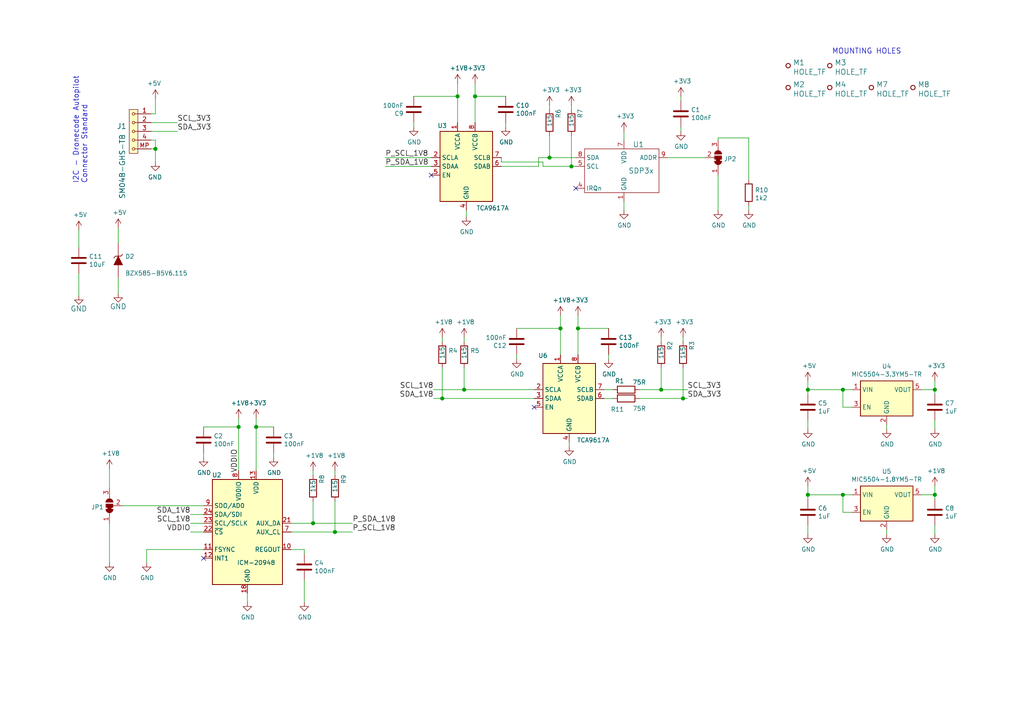
<source format=kicad_sch>
(kicad_sch (version 20210406) (generator eeschema)
  (paper "A4")
  (title_block (title "TFASPDIMU01A") (date "2021-04-05") (rev "A") (company "ThunderFly s.r.o.") (comment 1 "Differential pressure and  IMU \\n for airspeed sensing of UAVs") (comment 3 "jacho <info@thunderfly.cz>") (comment 4 "GPL 3.0"))
  (lib_symbols
    (symbol "Device:C" (pin_numbers hide) (pin_names (offset 0.254))
      (property "Reference" "C" (at 0.635 2.54 0))
      (property "Value" "C" (at 0.635 -2.54 0))
      (symbol "C_0_1"
        (polyline (pts (xy -2.032 -0.762) (xy 2.032 -0.762)) (stroke (width 0.508)))
        (polyline (pts (xy -2.032 0.762) (xy 2.032 0.762)) (stroke (width 0.508)))
      )
      (symbol "C_1_1"
        (pin passive line (at 0 3.81 270) (length 2.794) (name "~") (number "1"))
        (pin passive line (at 0 -3.81 90) (length 2.794) (name "~") (number "2"))
      )
    )
    (symbol "Device:R" (pin_numbers hide) (pin_names (offset 0))
      (property "Reference" "R" (at 2.032 0 90))
      (property "Value" "R" (at 0 0 90))
      (symbol "R_0_1"
        (rectangle (start -1.016 -2.54) (end 1.016 2.54) (stroke (width 0.254)))
      )
      (symbol "R_1_1"
        (pin passive line (at 0 3.81 270) (length 1.27) (name "~") (number "1"))
        (pin passive line (at 0 -3.81 90) (length 1.27) (name "~") (number "2"))
      )
    )
    (symbol "Interface:TCA9800"
      (property "Reference" "U" (at -7.62 11.43 0))
      (property "Value" "TCA9800" (at 5.08 11.43 0))
      (symbol "TCA9800_0_1"
        (rectangle (start -7.62 10.16) (end 7.62 -10.16) (stroke (width 0.254)) (fill (type background)))
      )
      (symbol "TCA9800_1_1"
        (pin power_in line (at -2.54 12.7 270) (length 2.54) (name "VCCA") (number "1"))
        (pin bidirectional line (at -10.16 2.54 0) (length 2.54) (name "SCLA") (number "2"))
        (pin bidirectional line (at -10.16 0 0) (length 2.54) (name "SDAA") (number "3"))
        (pin power_in line (at 0 -12.7 90) (length 2.54) (name "GND") (number "4"))
        (pin input line (at -10.16 -2.54 0) (length 2.54) (name "EN") (number "5"))
        (pin bidirectional line (at 10.16 0 180) (length 2.54) (name "SDAB") (number "6"))
        (pin bidirectional line (at 10.16 2.54 180) (length 2.54) (name "SCLB") (number "7"))
        (pin power_in line (at 2.54 12.7 270) (length 2.54) (name "VCCB") (number "8"))
      )
    )
    (symbol "Jumper:SolderJumper_3_Bridged12" (pin_names (offset 0) hide)
      (property "Reference" "JP" (at -2.54 -2.54 0))
      (property "Value" "SolderJumper_3_Bridged12" (at 0 2.794 0))
      (symbol "SolderJumper_3_Bridged12_0_1"
        (arc (start -1.016 1.016) (end -1.016 -1.016) (radius (at -1.016 0) (length 1.016) (angles 90.1 -90.1)))
        (arc (start 1.016 -1.016) (end 1.016 1.016) (radius (at 1.016 0) (length 1.016) (angles -89.9 89.9)))
        (arc (start -1.016 1.016) (end -1.016 -1.016) (radius (at -1.016 0) (length 1.016) (angles 90.1 -90.1)) (fill (type outline)))
        (arc (start 1.016 -1.016) (end 1.016 1.016) (radius (at 1.016 0) (length 1.016) (angles -89.9 89.9)) (fill (type outline)))
        (rectangle (start -1.016 0.508) (end -0.508 -0.508) (fill (type outline)))
        (rectangle (start -0.508 1.016) (end 0.508 -1.016) (fill (type outline)))
        (polyline (pts (xy -2.54 0) (xy -2.032 0)))
        (polyline (pts (xy -1.016 1.016) (xy -1.016 -1.016)))
        (polyline (pts (xy 0 -1.27) (xy 0 -1.016)))
        (polyline (pts (xy 1.016 1.016) (xy 1.016 -1.016)))
        (polyline (pts (xy 2.54 0) (xy 2.032 0)))
      )
      (symbol "SolderJumper_3_Bridged12_1_1"
        (pin passive line (at -5.08 0 0) (length 2.54) (name "A") (number "1"))
        (pin input line (at 0 -3.81 90) (length 2.54) (name "C") (number "2"))
        (pin passive line (at 5.08 0 180) (length 2.54) (name "B") (number "3"))
      )
    )
    (symbol "MLAB_CONNECTORS_JST:SM04B-GHS-TB" (pin_names (offset 1.016))
      (property "Reference" "J" (at 0 -7.62 0))
      (property "Value" "SM04B-GHS-TB" (at 0 7.62 0))
      (symbol "SM04B-GHS-TB_0_1"
        (circle (center 0 -5.08) (radius 0.381))
        (circle (center 0 -2.54) (radius 0.381))
        (circle (center 0 0) (radius 0.381))
        (circle (center 0 2.54) (radius 0.381))
        (circle (center 0 5.08) (radius 0.381))
        (rectangle (start -1.27 6.35) (end 1.27 -6.35) (fill (type background)))
        (polyline (pts (xy -1.27 -5.08) (xy -0.381 -5.08)))
        (polyline (pts (xy -1.27 -2.54) (xy -0.381 -2.54)))
        (polyline (pts (xy -1.27 0) (xy -0.381 0)))
        (polyline (pts (xy -1.27 2.54) (xy -0.381 2.54)))
        (polyline (pts (xy -1.27 5.08) (xy -0.381 5.08)))
      )
      (symbol "SM04B-GHS-TB_1_1"
        (pin input line (at -5.08 5.08 0) (length 3.81) (name "~") (number "1"))
        (pin input line (at -5.08 2.54 0) (length 3.81) (name "~") (number "2"))
        (pin input line (at -5.08 0 0) (length 3.81) (name "~") (number "3"))
        (pin input line (at -5.08 -2.54 0) (length 3.81) (name "~") (number "4"))
        (pin input line (at -5.08 -5.08 0) (length 3.81) (name "~") (number "MP"))
      )
    )
    (symbol "MLAB_D:D_ZENER" (pin_numbers hide) (pin_names (offset 1.016) hide)
      (property "Reference" "D" (at 0 2.54 0))
      (property "Value" "D_ZENER" (at 0 -2.54 0))
      (symbol "D_ZENER_0_1"
        (polyline (pts (xy -1.778 1.27) (xy -1.27 0.762) (xy -1.27 -0.762) (xy -0.762 -1.27) (xy -0.762 -1.27)) (stroke (width 0.2032)))
        (polyline (pts (xy -1.27 0) (xy 1.27 1.27) (xy 1.27 -1.27) (xy -1.27 0) (xy -1.27 0)) (fill (type outline)))
      )
      (symbol "D_ZENER_1_1"
        (pin passive line (at -5.08 0 0) (length 3.81) (name "K") (number "1"))
        (pin passive line (at 5.08 0 180) (length 3.81) (name "A") (number "2"))
      )
    )
    (symbol "MLAB_IO:SDP3x"
      (property "Reference" "U" (at 2.54 11.43 0))
      (property "Value" "SDP3x" (at 6.35 0 0))
      (symbol "SDP3x_0_1"
        (rectangle (start -11.43 10.16) (end 10.16 -2.54))
      )
      (symbol "SDP3x_1_1"
        (pin unspecified line (at 0 -5.08 90) (length 2.54) (name "GND") (number "1"))
        (pin unspecified line (at 0 -5.08 90) (length 2.54) hide (name "GND") (number "10"))
        (pin unspecified line (at 0 -5.08 90) (length 2.54) hide (name "GND") (number "11"))
        (pin unspecified line (at 0 -5.08 90) (length 2.54) hide (name "GND") (number "17"))
        (pin unspecified line (at 0 -5.08 90) (length 2.54) hide (name "GND") (number "18"))
        (pin unspecified line (at 0 -5.08 90) (length 2.54) hide (name "GND") (number "2"))
        (pin unspecified line (at 0 -5.08 90) (length 2.54) hide (name "GND") (number "3"))
        (pin unspecified line (at -13.97 -1.27 0) (length 2.54) (name "IRQn") (number "4"))
        (pin unspecified line (at -13.97 5.08 0) (length 2.54) (name "SCL") (number "5"))
        (pin unspecified line (at 0 -5.08 90) (length 2.54) hide (name "GND") (number "6"))
        (pin unspecified line (at 0 12.7 270) (length 2.54) (name "VDD") (number "7"))
        (pin unspecified line (at -13.97 7.62 0) (length 2.54) (name "SDA") (number "8"))
        (pin unspecified line (at 12.7 7.62 180) (length 2.54) (name "ADDR") (number "9"))
      )
    )
    (symbol "MLAB_MECHANICAL:HOLE_TF" (pin_numbers hide) (pin_names (offset 1.016) hide)
      (property "Reference" "M" (at 0 2.54 0))
      (property "Value" "HOLE_TF" (at 0 -2.54 0))
      (symbol "HOLE_TF_0_1"
        (circle (center 0 0) (radius 0.635) (stroke (width 0.254)))
      )
    )
    (symbol "Regulator_Linear:MIC5504-1.8YM5"
      (property "Reference" "U" (at -7.62 8.89 0))
      (property "Value" "MIC5504-1.8YM5" (at -7.62 6.35 0))
      (symbol "MIC5504-1.8YM5_0_1"
        (rectangle (start -7.62 -5.08) (end 7.62 5.08) (stroke (width 0.254)) (fill (type background)))
      )
      (symbol "MIC5504-1.8YM5_1_1"
        (pin power_in line (at -10.16 2.54 0) (length 2.54) (name "VIN") (number "1"))
        (pin power_in line (at 0 -7.62 90) (length 2.54) (name "GND") (number "2"))
        (pin input line (at -10.16 -2.54 0) (length 2.54) (name "EN") (number "3"))
        (pin no_connect line (at 7.62 -2.54 180) (length 2.54) hide (name "NC") (number "4"))
        (pin power_out line (at 10.16 2.54 180) (length 2.54) (name "VOUT") (number "5"))
      )
    )
    (symbol "Regulator_Linear:MIC5504-3.3YM5"
      (property "Reference" "U" (at -7.62 8.89 0))
      (property "Value" "MIC5504-3.3YM5" (at -7.62 6.35 0))
      (symbol "MIC5504-3.3YM5_0_1"
        (rectangle (start -7.62 -5.08) (end 7.62 5.08) (stroke (width 0.254)) (fill (type background)))
      )
      (symbol "MIC5504-3.3YM5_1_1"
        (pin power_in line (at -10.16 2.54 0) (length 2.54) (name "VIN") (number "1"))
        (pin power_in line (at 0 -7.62 90) (length 2.54) (name "GND") (number "2"))
        (pin input line (at -10.16 -2.54 0) (length 2.54) (name "EN") (number "3"))
        (pin no_connect line (at 7.62 -2.54 180) (length 2.54) hide (name "NC") (number "4"))
        (pin power_out line (at 10.16 2.54 180) (length 2.54) (name "VOUT") (number "5"))
      )
    )
    (symbol "Sensor_Motion:ICM-20948"
      (property "Reference" "U" (at -11.43 16.51 0))
      (property "Value" "ICM-20948" (at 7.62 -16.51 0))
      (symbol "ICM-20948_0_1"
        (rectangle (start -10.16 15.24) (end 10.16 -15.24) (stroke (width 0.254)) (fill (type background)))
      )
      (symbol "ICM-20948_1_1"
        (pin no_connect line (at -10.16 12.7 0) (length 2.54) hide (name "NC") (number "1"))
        (pin passive line (at 12.7 -5.08 180) (length 2.54) (name "REGOUT") (number "10"))
        (pin input line (at -12.7 -5.08 0) (length 2.54) (name "FSYNC") (number "11"))
        (pin output line (at -12.7 -7.62 0) (length 2.54) (name "INT1") (number "12"))
        (pin power_in line (at 2.54 17.78 270) (length 2.54) (name "VDD") (number "13"))
        (pin no_connect line (at 10.16 7.62 180) (length 2.54) hide (name "NC") (number "14"))
        (pin no_connect line (at 10.16 5.08 180) (length 2.54) hide (name "NC") (number "15"))
        (pin no_connect line (at 10.16 -7.62 180) (length 2.54) hide (name "NC") (number "16"))
        (pin no_connect line (at 10.16 -10.16 180) (length 2.54) hide (name "NC") (number "17"))
        (pin power_in line (at 0 -17.78 90) (length 2.54) (name "GND") (number "18"))
        (pin no_connect line (at 10.16 -12.7 180) (length 2.54) hide (name "RESV") (number "19"))
        (pin no_connect line (at -10.16 10.16 0) (length 2.54) hide (name "NC") (number "2"))
        (pin passive line (at 0 -17.78 90) (length 2.54) hide (name "GND") (number "20"))
        (pin bidirectional line (at 12.7 2.54 180) (length 2.54) (name "AUX_DA") (number "21"))
        (pin input line (at -12.7 0 0) (length 2.54) (name "~CS") (number "22"))
        (pin input line (at -12.7 2.54 0) (length 2.54) (name "SCL/SCLK") (number "23"))
        (pin bidirectional line (at -12.7 5.08 0) (length 2.54) (name "SDA/SDI") (number "24"))
        (pin no_connect line (at -10.16 -2.54 0) (length 2.54) hide (name "NC") (number "3"))
        (pin no_connect line (at -10.16 -10.16 0) (length 2.54) hide (name "NC") (number "4"))
        (pin no_connect line (at -10.16 -12.7 0) (length 2.54) hide (name "NC") (number "5"))
        (pin no_connect line (at 10.16 10.16 180) (length 2.54) hide (name "NC") (number "6"))
        (pin output line (at 12.7 0 180) (length 2.54) (name "AUX_CL") (number "7"))
        (pin power_in line (at -2.54 17.78 270) (length 2.54) (name "VDDIO") (number "8"))
        (pin bidirectional line (at -12.7 7.62 0) (length 2.54) (name "SDO/AD0") (number "9"))
      )
    )
    (symbol "power:+1V8" (power) (pin_names (offset 0))
      (property "Value" "+1V8" (at 0 3.556 0))
      (symbol "+1V8_0_1"
        (polyline (pts (xy -0.762 1.27) (xy 0 2.54)))
        (polyline (pts (xy 0 0) (xy 0 2.54)))
        (polyline (pts (xy 0 2.54) (xy 0.762 1.27)))
      )
      (symbol "+1V8_1_1"
        (pin power_in line (at 0 0 90) (length 0) hide (name "+1V8") (number "1"))
      )
    )
    (symbol "power:+3.3V" (power) (pin_names (offset 0))
      (property "Value" "+3.3V" (at 0 3.556 0))
      (symbol "+3.3V_0_1"
        (polyline (pts (xy -0.762 1.27) (xy 0 2.54)))
        (polyline (pts (xy 0 0) (xy 0 2.54)))
        (polyline (pts (xy 0 2.54) (xy 0.762 1.27)))
      )
      (symbol "+3.3V_1_1"
        (pin power_in line (at 0 0 90) (length 0) hide (name "+3V3") (number "1"))
      )
    )
    (symbol "power:+5V" (power) (pin_names (offset 0))
      (property "Value" "+5V" (at 0 3.556 0))
      (symbol "+5V_0_1"
        (polyline (pts (xy -0.762 1.27) (xy 0 2.54)))
        (polyline (pts (xy 0 0) (xy 0 2.54)))
        (polyline (pts (xy 0 2.54) (xy 0.762 1.27)))
      )
      (symbol "+5V_1_1"
        (pin power_in line (at 0 0 90) (length 0) hide (name "+5V") (number "1"))
      )
    )
    (symbol "power:GND" (power) (pin_names (offset 0))
      (property "Value" "GND" (at 0 -3.81 0))
      (symbol "GND_0_1"
        (polyline (pts (xy 0 0) (xy 0 -1.27) (xy 1.27 -1.27) (xy 0 -2.54) (xy -1.27 -1.27) (xy 0 -1.27)))
      )
      (symbol "GND_1_1"
        (pin power_in line (at 0 0 270) (length 0) hide (name "GND") (number "1"))
      )
    )
  )
  (junction (at 45.085 43.18) (diameter 1.016))
  (junction (at 69.215 123.825) (diameter 1.016))
  (junction (at 74.295 123.825) (diameter 1.016))
  (junction (at 90.805 151.765) (diameter 1.016))
  (junction (at 97.155 154.305) (diameter 1.016))
  (junction (at 128.27 115.57) (diameter 1.016))
  (junction (at 132.715 27.94) (diameter 1.016))
  (junction (at 134.62 113.03) (diameter 1.016))
  (junction (at 137.795 27.94) (diameter 1.016))
  (junction (at 159.385 45.72) (diameter 1.016))
  (junction (at 162.56 95.25) (diameter 1.016))
  (junction (at 165.735 48.26) (diameter 1.016))
  (junction (at 167.64 95.25) (diameter 1.016))
  (junction (at 191.77 113.03) (diameter 1.016))
  (junction (at 198.12 115.57) (diameter 1.016))
  (junction (at 234.315 113.03) (diameter 1.016))
  (junction (at 234.315 143.51) (diameter 1.016))
  (junction (at 244.475 113.03) (diameter 1.016))
  (junction (at 244.475 143.51) (diameter 1.016))
  (junction (at 271.145 113.03) (diameter 1.016))
  (junction (at 271.145 143.51) (diameter 1.016))
  (no_connect (at 59.055 161.925))
  (no_connect (at 125.095 50.8))
  (no_connect (at 154.94 118.11))
  (no_connect (at 167.005 54.61))
  (wire (pts (xy 22.86 66.675) (xy 22.86 71.755)))
  (wire (pts (xy 22.86 79.375) (xy 22.86 85.725)))
  (wire (pts (xy 31.75 135.89) (xy 31.75 141.605)))
  (wire (pts (xy 31.75 151.765) (xy 31.75 163.195)))
  (wire (pts (xy 34.29 66.04) (xy 34.29 70.485)))
  (wire (pts (xy 34.29 80.645) (xy 34.29 85.09)))
  (wire (pts (xy 35.56 146.685) (xy 59.055 146.685)))
  (wire (pts (xy 42.545 159.385) (xy 42.545 163.195)))
  (wire (pts (xy 42.545 159.385) (xy 59.055 159.385)))
  (wire (pts (xy 43.815 35.56) (xy 51.435 35.56)))
  (wire (pts (xy 43.815 38.1) (xy 51.435 38.1)))
  (wire (pts (xy 43.815 40.64) (xy 45.085 40.64)))
  (wire (pts (xy 43.815 43.18) (xy 45.085 43.18)))
  (wire (pts (xy 45.085 28.575) (xy 45.085 33.02)))
  (wire (pts (xy 45.085 33.02) (xy 43.815 33.02)))
  (wire (pts (xy 45.085 40.64) (xy 45.085 43.18)))
  (wire (pts (xy 45.085 43.18) (xy 45.085 46.99)))
  (wire (pts (xy 55.245 149.225) (xy 59.055 149.225)))
  (wire (pts (xy 55.245 151.765) (xy 59.055 151.765)))
  (wire (pts (xy 55.245 154.305) (xy 59.055 154.305)))
  (wire (pts (xy 59.055 123.825) (xy 69.215 123.825)))
  (wire (pts (xy 59.055 132.715) (xy 59.055 131.445)))
  (wire (pts (xy 69.215 121.285) (xy 69.215 123.825)))
  (wire (pts (xy 69.215 123.825) (xy 69.215 136.525)))
  (wire (pts (xy 71.755 174.625) (xy 71.755 172.085)))
  (wire (pts (xy 74.295 121.285) (xy 74.295 123.825)))
  (wire (pts (xy 74.295 123.825) (xy 74.295 136.525)))
  (wire (pts (xy 79.375 123.825) (xy 74.295 123.825)))
  (wire (pts (xy 79.375 132.715) (xy 79.375 131.445)))
  (wire (pts (xy 84.455 151.765) (xy 90.805 151.765)))
  (wire (pts (xy 84.455 154.305) (xy 97.155 154.305)))
  (wire (pts (xy 84.455 159.385) (xy 88.265 159.385)))
  (wire (pts (xy 88.265 159.385) (xy 88.265 160.655)))
  (wire (pts (xy 88.265 168.275) (xy 88.265 174.625)))
  (wire (pts (xy 90.805 137.795) (xy 90.805 136.525)))
  (wire (pts (xy 90.805 145.415) (xy 90.805 151.765)))
  (wire (pts (xy 90.805 151.765) (xy 102.235 151.765)))
  (wire (pts (xy 97.155 136.525) (xy 97.155 137.795)))
  (wire (pts (xy 97.155 145.415) (xy 97.155 154.305)))
  (wire (pts (xy 97.155 154.305) (xy 102.235 154.305)))
  (wire (pts (xy 111.76 45.72) (xy 125.095 45.72)))
  (wire (pts (xy 111.76 48.26) (xy 125.095 48.26)))
  (wire (pts (xy 120.015 27.94) (xy 132.715 27.94)))
  (wire (pts (xy 120.015 36.83) (xy 120.015 35.56)))
  (wire (pts (xy 125.73 113.03) (xy 134.62 113.03)))
  (wire (pts (xy 125.73 115.57) (xy 128.27 115.57)))
  (wire (pts (xy 128.27 97.79) (xy 128.27 99.06)))
  (wire (pts (xy 128.27 106.68) (xy 128.27 115.57)))
  (wire (pts (xy 128.27 115.57) (xy 154.94 115.57)))
  (wire (pts (xy 132.715 24.13) (xy 132.715 27.94)))
  (wire (pts (xy 132.715 27.94) (xy 132.715 35.56)))
  (wire (pts (xy 134.62 97.79) (xy 134.62 99.06)))
  (wire (pts (xy 134.62 106.68) (xy 134.62 113.03)))
  (wire (pts (xy 134.62 113.03) (xy 154.94 113.03)))
  (wire (pts (xy 135.255 60.96) (xy 135.255 62.865)))
  (wire (pts (xy 137.795 24.13) (xy 137.795 27.94)))
  (wire (pts (xy 137.795 27.94) (xy 137.795 35.56)))
  (wire (pts (xy 137.795 27.94) (xy 146.685 27.94)))
  (wire (pts (xy 145.415 46.99) (xy 145.415 45.72)))
  (wire (pts (xy 145.415 48.26) (xy 156.21 48.26)))
  (wire (pts (xy 146.685 36.83) (xy 146.685 35.56)))
  (wire (pts (xy 149.86 95.25) (xy 162.56 95.25)))
  (wire (pts (xy 149.86 104.14) (xy 149.86 102.87)))
  (wire (pts (xy 156.21 45.72) (xy 159.385 45.72)))
  (wire (pts (xy 156.21 48.26) (xy 156.21 45.72)))
  (wire (pts (xy 157.48 46.99) (xy 145.415 46.99)))
  (wire (pts (xy 157.48 48.26) (xy 157.48 46.99)))
  (wire (pts (xy 159.385 30.48) (xy 159.385 31.75)))
  (wire (pts (xy 159.385 39.37) (xy 159.385 45.72)))
  (wire (pts (xy 159.385 45.72) (xy 167.005 45.72)))
  (wire (pts (xy 162.56 91.44) (xy 162.56 95.25)))
  (wire (pts (xy 162.56 95.25) (xy 162.56 102.87)))
  (wire (pts (xy 165.1 128.27) (xy 165.1 129.54)))
  (wire (pts (xy 165.735 30.48) (xy 165.735 31.75)))
  (wire (pts (xy 165.735 39.37) (xy 165.735 48.26)))
  (wire (pts (xy 165.735 48.26) (xy 157.48 48.26)))
  (wire (pts (xy 165.735 48.26) (xy 167.005 48.26)))
  (wire (pts (xy 167.64 91.44) (xy 167.64 95.25)))
  (wire (pts (xy 167.64 95.25) (xy 167.64 102.87)))
  (wire (pts (xy 167.64 95.25) (xy 176.53 95.25)))
  (wire (pts (xy 175.26 113.03) (xy 177.8 113.03)))
  (wire (pts (xy 175.26 115.57) (xy 177.8 115.57)))
  (wire (pts (xy 176.53 104.14) (xy 176.53 102.87)))
  (wire (pts (xy 180.975 40.64) (xy 180.975 38.1)))
  (wire (pts (xy 180.975 58.42) (xy 180.975 60.96)))
  (wire (pts (xy 185.42 113.03) (xy 191.77 113.03)))
  (wire (pts (xy 185.42 115.57) (xy 198.12 115.57)))
  (wire (pts (xy 191.77 97.79) (xy 191.77 99.06)))
  (wire (pts (xy 191.77 106.68) (xy 191.77 113.03)))
  (wire (pts (xy 191.77 113.03) (xy 199.39 113.03)))
  (wire (pts (xy 193.675 45.72) (xy 204.47 45.72)))
  (wire (pts (xy 197.485 29.21) (xy 197.485 27.94)))
  (wire (pts (xy 197.485 38.1) (xy 197.485 36.83)))
  (wire (pts (xy 198.12 97.79) (xy 198.12 99.06)))
  (wire (pts (xy 198.12 106.68) (xy 198.12 115.57)))
  (wire (pts (xy 198.12 115.57) (xy 199.39 115.57)))
  (wire (pts (xy 208.28 40.005) (xy 217.17 40.005)))
  (wire (pts (xy 208.28 40.64) (xy 208.28 40.005)))
  (wire (pts (xy 208.28 50.8) (xy 208.28 60.96)))
  (wire (pts (xy 217.17 40.005) (xy 217.17 52.07)))
  (wire (pts (xy 217.17 59.69) (xy 217.17 60.96)))
  (wire (pts (xy 234.315 113.03) (xy 234.315 110.49)))
  (wire (pts (xy 234.315 113.03) (xy 234.315 114.3)))
  (wire (pts (xy 234.315 121.92) (xy 234.315 124.46)))
  (wire (pts (xy 234.315 143.51) (xy 234.315 140.97)))
  (wire (pts (xy 234.315 143.51) (xy 234.315 144.78)))
  (wire (pts (xy 234.315 152.4) (xy 234.315 154.94)))
  (wire (pts (xy 244.475 113.03) (xy 234.315 113.03)))
  (wire (pts (xy 244.475 118.11) (xy 244.475 113.03)))
  (wire (pts (xy 244.475 143.51) (xy 234.315 143.51)))
  (wire (pts (xy 244.475 148.59) (xy 244.475 143.51)))
  (wire (pts (xy 247.015 113.03) (xy 244.475 113.03)))
  (wire (pts (xy 247.015 118.11) (xy 244.475 118.11)))
  (wire (pts (xy 247.015 143.51) (xy 244.475 143.51)))
  (wire (pts (xy 247.015 148.59) (xy 244.475 148.59)))
  (wire (pts (xy 257.175 124.46) (xy 257.175 123.19)))
  (wire (pts (xy 257.175 154.94) (xy 257.175 153.67)))
  (wire (pts (xy 267.335 113.03) (xy 271.145 113.03)))
  (wire (pts (xy 267.335 143.51) (xy 271.145 143.51)))
  (wire (pts (xy 271.145 110.49) (xy 271.145 113.03)))
  (wire (pts (xy 271.145 113.03) (xy 271.145 114.3)))
  (wire (pts (xy 271.145 121.92) (xy 271.145 124.46)))
  (wire (pts (xy 271.145 140.97) (xy 271.145 143.51)))
  (wire (pts (xy 271.145 143.51) (xy 271.145 144.78)))
  (wire (pts (xy 271.145 152.4) (xy 271.145 154.94)))
  (text "I2C - Dronecode Autopilot\nConnector Standard" (at 25.4 53.34 90) (effects (font (size 1.524 1.524)) (justify left bottom)))
  (text "MOUNTING HOLES" (at 241.3 15.875 0) (effects (font (size 1.524 1.524)) (justify left bottom)))
  (label "SCL_3V3" (at 51.435 35.56 0) (effects (font (size 1.524 1.524))))
  (label "SDA_3V3" (at 51.435 38.1 0) (effects (font (size 1.524 1.524))))
  (label "SDA_1V8" (at 55.245 149.225 180) (effects (font (size 1.524 1.524))))
  (label "SCL_1V8" (at 55.245 151.765 180) (effects (font (size 1.524 1.524))))
  (label "VDDIO" (at 55.245 154.305 180) (effects (font (size 1.524 1.524))))
  (label "VDDIO" (at 69.215 130.175 270) (effects (font (size 1.524 1.524))))
  (label "P_SDA_1V8" (at 102.235 151.765 0) (effects (font (size 1.524 1.524))))
  (label "P_SCL_1V8" (at 102.235 154.305 0) (effects (font (size 1.524 1.524))))
  (label "P_SCL_1V8" (at 111.76 45.72 0) (effects (font (size 1.524 1.524))))
  (label "P_SDA_1V8" (at 111.76 48.26 0) (effects (font (size 1.524 1.524))))
  (label "SCL_1V8" (at 125.73 113.03 180) (effects (font (size 1.524 1.524))))
  (label "SDA_1V8" (at 125.73 115.57 180) (effects (font (size 1.524 1.524))))
  (label "SCL_3V3" (at 199.39 113.03 0) (effects (font (size 1.524 1.524))))
  (label "SDA_3V3" (at 199.39 115.57 0) (effects (font (size 1.524 1.524))))
  (symbol (lib_id "MLAB_MECHANICAL:HOLE_TF") (at 228.6 19.05 0) (unit 1)
    (property "Reference" "M1" (at 229.9971 18.1624 0) (effects (font (size 1.524 1.524)) (justify left)))
    (property "Value" "HOLE_TF" (at 229.9971 20.87 0) (effects (font (size 1.524 1.524)) (justify left)))
    (property "Footprint" "Mlab_Mechanical:dira_3mm" (effects hide))
  )
  (symbol (lib_id "MLAB_MECHANICAL:HOLE_TF") (at 228.6 25.4 0) (unit 1)
    (property "Reference" "M2" (at 229.9971 24.5124 0) (effects (font (size 1.524 1.524)) (justify left)))
    (property "Value" "HOLE_TF" (at 229.9971 27.22 0) (effects (font (size 1.524 1.524)) (justify left)))
    (property "Footprint" "Mlab_Mechanical:dira_3mm" (effects hide))
  )
  (symbol (lib_id "MLAB_MECHANICAL:HOLE_TF") (at 240.665 19.05 0) (unit 1)
    (property "Reference" "M3" (at 242.0621 18.1624 0) (effects (font (size 1.524 1.524)) (justify left)))
    (property "Value" "HOLE_TF" (at 242.0621 20.87 0) (effects (font (size 1.524 1.524)) (justify left)))
    (property "Footprint" "Mlab_Mechanical:dira_3mm" (effects hide))
  )
  (symbol (lib_id "MLAB_MECHANICAL:HOLE_TF") (at 240.665 25.4 0) (unit 1)
    (property "Reference" "M4" (at 242.0621 24.5124 0) (effects (font (size 1.524 1.524)) (justify left)))
    (property "Value" "HOLE_TF" (at 242.0621 27.22 0) (effects (font (size 1.524 1.524)) (justify left)))
    (property "Footprint" "Mlab_Mechanical:dira_3mm" (effects hide))
  )
  (symbol (lib_id "MLAB_MECHANICAL:HOLE_TF") (at 252.73 25.4 0) (unit 1)
    (property "Reference" "M7" (at 254.1271 24.5124 0) (effects (font (size 1.524 1.524)) (justify left)))
    (property "Value" "HOLE_TF" (at 254.1271 27.22 0) (effects (font (size 1.524 1.524)) (justify left)))
    (property "Footprint" "Mlab_Mechanical:dira_3mm" (effects hide))
  )
  (symbol (lib_id "MLAB_MECHANICAL:HOLE_TF") (at 264.795 25.4 0) (unit 1)
    (property "Reference" "M8" (at 266.1921 24.5124 0) (effects (font (size 1.524 1.524)) (justify left)))
    (property "Value" "HOLE_TF" (at 266.1921 27.22 0) (effects (font (size 1.524 1.524)) (justify left)))
    (property "Footprint" "Mlab_Mechanical:dira_3mm" (effects hide))
  )
  (symbol (lib_id "power:+5V") (at 22.86 66.675 0) (unit 1)
    (property "Reference" "#PWR0138" (effects hide))
    (property "Value" "+5V" (at 23.241 62.2808 0))
  )
  (symbol (lib_id "power:+1V8") (at 31.75 135.89 0) (unit 1)
    (property "Reference" "#PWR0126" (effects hide))
    (property "Value" "+1V8" (at 32.131 131.4958 0))
  )
  (symbol (lib_id "power:+5V") (at 34.29 66.04 0) (unit 1)
    (property "Reference" "#PWR01" (effects hide))
    (property "Value" "+5V" (at 34.671 61.6458 0))
  )
  (symbol (lib_id "power:+5V") (at 45.085 28.575 0) (mirror y) (unit 1)
    (property "Reference" "#PWR06" (effects hide))
    (property "Value" "+5V" (at 44.704 24.1808 0))
  )
  (symbol (lib_id "power:+1V8") (at 69.215 121.285 0) (unit 1)
    (property "Reference" "#PWR0124" (effects hide))
    (property "Value" "+1V8" (at 69.596 116.8908 0))
  )
  (symbol (lib_id "power:+3.3V") (at 74.295 121.285 0) (unit 1)
    (property "Reference" "#PWR0137" (effects hide))
    (property "Value" "+3.3V" (at 74.676 116.8908 0))
  )
  (symbol (lib_id "power:+1V8") (at 90.805 136.525 0) (unit 1)
    (property "Reference" "#PWR0133" (effects hide))
    (property "Value" "+1V8" (at 91.186 132.1308 0))
  )
  (symbol (lib_id "power:+1V8") (at 97.155 136.525 0) (unit 1)
    (property "Reference" "#PWR0134" (effects hide))
    (property "Value" "+1V8" (at 97.536 132.1308 0))
  )
  (symbol (lib_id "power:+1V8") (at 128.27 97.79 0) (unit 1)
    (property "Reference" "#PWR0135" (effects hide))
    (property "Value" "+1V8" (at 128.651 93.3958 0))
  )
  (symbol (lib_id "power:+1V8") (at 132.715 24.13 0) (unit 1)
    (property "Reference" "#PWR0122" (effects hide))
    (property "Value" "+1V8" (at 133.096 19.7358 0))
  )
  (symbol (lib_id "power:+1V8") (at 134.62 97.79 0) (unit 1)
    (property "Reference" "#PWR0136" (effects hide))
    (property "Value" "+1V8" (at 135.001 93.3958 0))
  )
  (symbol (lib_id "power:+3.3V") (at 137.795 24.13 0) (unit 1)
    (property "Reference" "#PWR0123" (effects hide))
    (property "Value" "+3.3V" (at 138.176 19.7358 0))
  )
  (symbol (lib_id "power:+3.3V") (at 159.385 30.48 0) (unit 1)
    (property "Reference" "#PWR0131" (effects hide))
    (property "Value" "+3.3V" (at 159.766 26.0858 0))
  )
  (symbol (lib_id "power:+1V8") (at 162.56 91.44 0) (unit 1)
    (property "Reference" "#PWR09" (effects hide))
    (property "Value" "+1V8" (at 162.941 87.0458 0))
  )
  (symbol (lib_id "power:+3.3V") (at 165.735 30.48 0) (unit 1)
    (property "Reference" "#PWR0132" (effects hide))
    (property "Value" "+3.3V" (at 166.116 26.0858 0))
  )
  (symbol (lib_id "power:+3.3V") (at 167.64 91.44 0) (unit 1)
    (property "Reference" "#PWR010" (effects hide))
    (property "Value" "+3.3V" (at 168.021 87.0458 0))
  )
  (symbol (lib_id "power:+3.3V") (at 180.975 38.1 0) (unit 1)
    (property "Reference" "#PWR0103" (effects hide))
    (property "Value" "+3.3V" (at 181.356 33.7058 0))
  )
  (symbol (lib_id "power:+3.3V") (at 191.77 97.79 0) (unit 1)
    (property "Reference" "#PWR012" (effects hide))
    (property "Value" "+3.3V" (at 192.151 93.3958 0))
  )
  (symbol (lib_id "power:+3.3V") (at 197.485 27.94 0) (unit 1)
    (property "Reference" "#PWR0108" (effects hide))
    (property "Value" "+3.3V" (at 197.866 23.5458 0))
  )
  (symbol (lib_id "power:+3.3V") (at 198.12 97.79 0) (unit 1)
    (property "Reference" "#PWR013" (effects hide))
    (property "Value" "+3.3V" (at 198.501 93.3958 0))
  )
  (symbol (lib_id "power:+5V") (at 234.315 110.49 0) (unit 1)
    (property "Reference" "#PWR0111" (effects hide))
    (property "Value" "+5V" (at 234.696 106.0958 0))
  )
  (symbol (lib_id "power:+5V") (at 234.315 140.97 0) (unit 1)
    (property "Reference" "#PWR0116" (effects hide))
    (property "Value" "+5V" (at 234.696 136.5758 0))
  )
  (symbol (lib_id "power:+3.3V") (at 271.145 110.49 0) (unit 1)
    (property "Reference" "#PWR0115" (effects hide))
    (property "Value" "+3.3V" (at 271.526 106.0958 0))
  )
  (symbol (lib_id "power:+1V8") (at 271.145 140.97 0) (unit 1)
    (property "Reference" "#PWR0120" (effects hide))
    (property "Value" "+1V8" (at 271.526 136.5758 0))
  )
  (symbol (lib_id "power:GND") (at 22.86 85.725 0) (unit 1)
    (property "Reference" "#PWR0139" (effects hide))
    (property "Value" "GND" (at 22.86 89.535 0) (effects (font (size 1.524 1.524))))
  )
  (symbol (lib_id "power:GND") (at 31.75 163.195 0) (unit 1)
    (property "Reference" "#PWR03" (effects hide))
    (property "Value" "GND" (at 31.877 167.5892 0))
  )
  (symbol (lib_id "power:GND") (at 34.29 85.09 0) (unit 1)
    (property "Reference" "#PWR02" (effects hide))
    (property "Value" "GND" (at 34.29 88.9 0) (effects (font (size 1.524 1.524))))
  )
  (symbol (lib_id "power:GND") (at 42.545 163.195 0) (unit 1)
    (property "Reference" "#PWR0125" (effects hide))
    (property "Value" "GND" (at 42.672 167.5892 0))
  )
  (symbol (lib_id "power:GND") (at 45.085 46.99 0) (mirror y) (unit 1)
    (property "Reference" "#PWR07" (effects hide))
    (property "Value" "GND" (at 44.958 51.3842 0))
  )
  (symbol (lib_id "power:GND") (at 59.055 132.715 0) (unit 1)
    (property "Reference" "#PWR0105" (effects hide))
    (property "Value" "GND" (at 59.182 137.1092 0))
  )
  (symbol (lib_id "power:GND") (at 71.755 174.625 0) (unit 1)
    (property "Reference" "#PWR0107" (effects hide))
    (property "Value" "GND" (at 71.882 179.0192 0))
  )
  (symbol (lib_id "power:GND") (at 79.375 132.715 0) (unit 1)
    (property "Reference" "#PWR0104" (effects hide))
    (property "Value" "GND" (at 79.502 137.1092 0))
  )
  (symbol (lib_id "power:GND") (at 88.265 174.625 0) (unit 1)
    (property "Reference" "#PWR0106" (effects hide))
    (property "Value" "GND" (at 88.392 179.0192 0))
  )
  (symbol (lib_id "power:GND") (at 120.015 36.83 0) (unit 1)
    (property "Reference" "#PWR0129" (effects hide))
    (property "Value" "GND" (at 120.142 41.2242 0))
  )
  (symbol (lib_id "power:GND") (at 135.255 62.865 0) (unit 1)
    (property "Reference" "#PWR0110" (effects hide))
    (property "Value" "GND" (at 135.382 67.2592 0))
  )
  (symbol (lib_id "power:GND") (at 146.685 36.83 0) (unit 1)
    (property "Reference" "#PWR0130" (effects hide))
    (property "Value" "GND" (at 146.812 41.2242 0))
  )
  (symbol (lib_id "power:GND") (at 149.86 104.14 0) (unit 1)
    (property "Reference" "#PWR08" (effects hide))
    (property "Value" "GND" (at 149.987 108.5342 0))
  )
  (symbol (lib_id "power:GND") (at 165.1 129.54 0) (unit 1)
    (property "Reference" "#PWR0109" (effects hide))
    (property "Value" "GND" (at 165.227 133.9342 0))
  )
  (symbol (lib_id "power:GND") (at 176.53 104.14 0) (unit 1)
    (property "Reference" "#PWR011" (effects hide))
    (property "Value" "GND" (at 176.657 108.5342 0))
  )
  (symbol (lib_id "power:GND") (at 180.975 60.96 0) (unit 1)
    (property "Reference" "#PWR0101" (effects hide))
    (property "Value" "GND" (at 181.102 65.3542 0))
  )
  (symbol (lib_id "power:GND") (at 197.485 38.1 0) (unit 1)
    (property "Reference" "#PWR0121" (effects hide))
    (property "Value" "GND" (at 197.612 42.4942 0))
  )
  (symbol (lib_id "power:GND") (at 208.28 60.96 0) (unit 1)
    (property "Reference" "#PWR0102" (effects hide))
    (property "Value" "GND" (at 208.407 65.3542 0))
  )
  (symbol (lib_id "power:GND") (at 217.17 60.96 0) (unit 1)
    (property "Reference" "#PWR014" (effects hide))
    (property "Value" "GND" (at 217.297 65.3542 0))
  )
  (symbol (lib_id "power:GND") (at 234.315 124.46 0) (unit 1)
    (property "Reference" "#PWR0112" (effects hide))
    (property "Value" "GND" (at 234.442 128.8542 0))
  )
  (symbol (lib_id "power:GND") (at 234.315 154.94 0) (unit 1)
    (property "Reference" "#PWR0117" (effects hide))
    (property "Value" "GND" (at 234.442 159.3342 0))
  )
  (symbol (lib_id "power:GND") (at 257.175 124.46 0) (unit 1)
    (property "Reference" "#PWR0113" (effects hide))
    (property "Value" "GND" (at 257.302 128.8542 0))
  )
  (symbol (lib_id "power:GND") (at 257.175 154.94 0) (unit 1)
    (property "Reference" "#PWR0118" (effects hide))
    (property "Value" "GND" (at 257.302 159.3342 0))
  )
  (symbol (lib_id "power:GND") (at 271.145 124.46 0) (unit 1)
    (property "Reference" "#PWR0114" (effects hide))
    (property "Value" "GND" (at 271.272 128.8542 0))
  )
  (symbol (lib_id "power:GND") (at 271.145 154.94 0) (unit 1)
    (property "Reference" "#PWR0119" (effects hide))
    (property "Value" "GND" (at 271.272 159.3342 0))
  )
  (symbol (lib_id "Device:R") (at 90.805 141.605 0) (unit 1)
    (property "Reference" "R8" (at 93.345 140.335 90) (effects (justify left)))
    (property "Value" "1k5" (at 90.805 142.875 90) (effects (justify left)))
    (property "Footprint" "Resistor_SMD:R_0402_1005Metric" (effects hide))
  )
  (symbol (lib_id "Device:R") (at 97.155 141.605 0) (unit 1)
    (property "Reference" "R9" (at 99.695 140.335 90) (effects (justify left)))
    (property "Value" "1k5" (at 97.155 142.875 90) (effects (justify left)))
    (property "Footprint" "Resistor_SMD:R_0402_1005Metric" (effects hide))
  )
  (symbol (lib_id "Device:R") (at 128.27 102.87 0) (unit 1)
    (property "Reference" "R4" (at 130.048 101.7016 0) (effects (justify left)))
    (property "Value" "1k5" (at 128.27 104.14 90) (effects (justify left)))
    (property "Footprint" "Resistor_SMD:R_0402_1005Metric" (effects hide))
  )
  (symbol (lib_id "Device:R") (at 134.62 102.87 0) (unit 1)
    (property "Reference" "R5" (at 136.398 101.7016 0) (effects (justify left)))
    (property "Value" "1k5" (at 134.62 104.14 90) (effects (justify left)))
    (property "Footprint" "Resistor_SMD:R_0402_1005Metric" (effects hide))
  )
  (symbol (lib_id "Device:R") (at 159.385 35.56 0) (unit 1)
    (property "Reference" "R6" (at 161.925 34.29 90) (effects (justify left)))
    (property "Value" "1k5" (at 159.385 36.83 90) (effects (justify left)))
    (property "Footprint" "Resistor_SMD:R_0402_1005Metric" (effects hide))
  )
  (symbol (lib_id "Device:R") (at 165.735 35.56 0) (unit 1)
    (property "Reference" "R7" (at 168.275 34.29 90) (effects (justify left)))
    (property "Value" "1k5" (at 165.735 36.83 90) (effects (justify left)))
    (property "Footprint" "Resistor_SMD:R_0402_1005Metric" (effects hide))
  )
  (symbol (lib_id "Device:R") (at 181.61 113.03 90) (unit 1)
    (property "Reference" "R1" (at 179.705 110.4858 90))
    (property "Value" "75R" (at 185.42 110.8795 90))
    (property "Footprint" "Resistor_SMD:R_0402_1005Metric" (effects hide))
  )
  (symbol (lib_id "Device:R") (at 181.61 115.57 90) (unit 1)
    (property "Reference" "R11" (at 179.07 118.7408 90))
    (property "Value" "75R" (at 185.42 118.4995 90))
    (property "Footprint" "Resistor_SMD:R_0402_1005Metric" (effects hide))
  )
  (symbol (lib_id "Device:R") (at 191.77 102.87 0) (unit 1)
    (property "Reference" "R2" (at 194.31 101.6 90) (effects (justify left)))
    (property "Value" "1k5" (at 191.77 104.14 90) (effects (justify left)))
    (property "Footprint" "Resistor_SMD:R_0402_1005Metric" (effects hide))
  )
  (symbol (lib_id "Device:R") (at 198.12 102.87 0) (unit 1)
    (property "Reference" "R3" (at 200.66 101.6 90) (effects (justify left)))
    (property "Value" "1k5" (at 198.12 104.14 90) (effects (justify left)))
    (property "Footprint" "Resistor_SMD:R_0402_1005Metric" (effects hide))
  )
  (symbol (lib_id "Device:R") (at 217.17 55.88 0) (unit 1)
    (property "Reference" "R10" (at 218.9481 55.1191 0) (effects (justify left)))
    (property "Value" "1k2" (at 218.9481 57.4178 0) (effects (justify left)))
    (property "Footprint" "Resistor_SMD:R_0402_1005Metric" (effects hide))
  )
  (symbol (lib_id "MLAB_D:D_ZENER") (at 34.29 75.565 270) (unit 1)
    (property "Reference" "D2" (at 36.2966 74.3966 90) (effects (justify left)))
    (property "Value" "BZX585-B5V6.115" (at 36.297 79.248 90) (effects (justify left)))
    (property "Footprint" "Diode_SMD:D_SOD-523" (effects hide))
    (property "UST_ID" "60879d38128750769ee58e48" (effects hide))
  )
  (symbol (lib_id "Device:C") (at 22.86 75.565 0) (unit 1)
    (property "Reference" "C11" (at 25.781 74.3966 0) (effects (justify left)))
    (property "Value" "10uF" (at 25.781 76.708 0) (effects (justify left)))
    (property "Footprint" "Capacitor_SMD:C_0402_1005Metric" (effects hide))
    (property "UST_ID" "5c70984812875079b91f8bbd" (effects hide))
  )
  (symbol (lib_id "Device:C") (at 59.055 127.635 0) (unit 1)
    (property "Reference" "C2" (at 61.976 126.4666 0) (effects (justify left)))
    (property "Value" "100nF" (at 61.976 128.778 0) (effects (justify left)))
    (property "Footprint" "Capacitor_SMD:C_0402_1005Metric" (effects hide))
    (property "UST_ID" "5c70984712875079b91f8b4c" (effects hide))
  )
  (symbol (lib_id "Device:C") (at 79.375 127.635 0) (unit 1)
    (property "Reference" "C3" (at 82.296 126.4666 0) (effects (justify left)))
    (property "Value" "100nF" (at 82.296 128.778 0) (effects (justify left)))
    (property "Footprint" "Capacitor_SMD:C_0402_1005Metric" (effects hide))
    (property "UST_ID" "5c70984712875079b91f8b4c" (effects hide))
  )
  (symbol (lib_id "Device:C") (at 88.265 164.465 0) (unit 1)
    (property "Reference" "C4" (at 91.186 163.2966 0) (effects (justify left)))
    (property "Value" "100nF" (at 91.186 165.608 0) (effects (justify left)))
    (property "Footprint" "Capacitor_SMD:C_0402_1005Metric" (effects hide))
    (property "UST_ID" "5c70984712875079b91f8b4c" (effects hide))
  )
  (symbol (lib_id "Device:C") (at 120.015 31.75 180) (unit 1)
    (property "Reference" "C9" (at 117.094 32.9184 0) (effects (justify left)))
    (property "Value" "100nF" (at 117.094 30.607 0) (effects (justify left)))
    (property "Footprint" "Capacitor_SMD:C_0402_1005Metric" (effects hide))
    (property "UST_ID" "5c70984712875079b91f8b4c" (effects hide))
  )
  (symbol (lib_id "Device:C") (at 146.685 31.75 0) (unit 1)
    (property "Reference" "C10" (at 149.606 30.5816 0) (effects (justify left)))
    (property "Value" "100nF" (at 149.606 32.893 0) (effects (justify left)))
    (property "Footprint" "Capacitor_SMD:C_0402_1005Metric" (effects hide))
    (property "UST_ID" "5c70984712875079b91f8b4c" (effects hide))
  )
  (symbol (lib_id "Device:C") (at 149.86 99.06 180) (unit 1)
    (property "Reference" "C12" (at 146.939 100.2284 0) (effects (justify left)))
    (property "Value" "100nF" (at 146.939 97.917 0) (effects (justify left)))
    (property "Footprint" "Capacitor_SMD:C_0402_1005Metric" (effects hide))
    (property "UST_ID" "5c70984712875079b91f8b4c" (effects hide))
  )
  (symbol (lib_id "Device:C") (at 176.53 99.06 0) (unit 1)
    (property "Reference" "C13" (at 179.451 97.8916 0) (effects (justify left)))
    (property "Value" "100nF" (at 179.451 100.203 0) (effects (justify left)))
    (property "Footprint" "Capacitor_SMD:C_0402_1005Metric" (effects hide))
    (property "UST_ID" "5c70984712875079b91f8b4c" (effects hide))
  )
  (symbol (lib_id "Device:C") (at 197.485 33.02 0) (unit 1)
    (property "Reference" "C1" (at 200.406 31.8516 0) (effects (justify left)))
    (property "Value" "100nF" (at 200.406 34.163 0) (effects (justify left)))
    (property "Footprint" "Capacitor_SMD:C_0402_1005Metric" (effects hide))
    (property "UST_ID" "5c70984712875079b91f8b4c" (effects hide))
  )
  (symbol (lib_id "Device:C") (at 234.315 118.11 0) (unit 1)
    (property "Reference" "C5" (at 237.236 116.9416 0) (effects (justify left)))
    (property "Value" "1uF" (at 237.236 119.253 0) (effects (justify left)))
    (property "Footprint" "Capacitor_SMD:C_0402_1005Metric" (effects hide))
    (property "UST_ID" "5c70984712875079b91f8b50" (effects hide))
  )
  (symbol (lib_id "Device:C") (at 234.315 148.59 0) (unit 1)
    (property "Reference" "C6" (at 237.236 147.4216 0) (effects (justify left)))
    (property "Value" "1uF" (at 237.236 149.733 0) (effects (justify left)))
    (property "Footprint" "Capacitor_SMD:C_0402_1005Metric" (effects hide))
    (property "UST_ID" "5c70984712875079b91f8b50" (effects hide))
  )
  (symbol (lib_id "Device:C") (at 271.145 118.11 0) (unit 1)
    (property "Reference" "C7" (at 274.066 116.9416 0) (effects (justify left)))
    (property "Value" "1uF" (at 274.066 119.253 0) (effects (justify left)))
    (property "Footprint" "Capacitor_SMD:C_0402_1005Metric" (effects hide))
    (property "UST_ID" "5c70984712875079b91f8b50" (effects hide))
  )
  (symbol (lib_id "Device:C") (at 271.145 148.59 0) (unit 1)
    (property "Reference" "C8" (at 274.066 147.4216 0) (effects (justify left)))
    (property "Value" "1uF" (at 274.066 149.733 0) (effects (justify left)))
    (property "Footprint" "Capacitor_SMD:C_0402_1005Metric" (effects hide))
    (property "UST_ID" "5c70984712875079b91f8b50" (effects hide))
  )
  (symbol (lib_id "Jumper:SolderJumper_3_Bridged12") (at 31.75 146.685 90) (unit 1)
    (property "Reference" "JP1" (at 30.0989 147.0735 90) (effects (justify left)))
    (property "Value" "SolderJumper_3_Bridged12" (effects hide))
    (property "Footprint" "Jumper:SolderJumper-3_P1.3mm_Bridged12_RoundedPad1.0x1.5mm" (effects hide))
  )
  (symbol (lib_id "Jumper:SolderJumper_3_Bridged12") (at 208.28 45.72 270) (mirror x) (unit 1)
    (property "Reference" "JP2" (at 209.9311 46.1085 90) (effects (justify left)))
    (property "Value" "SolderJumper_3_Bridged12" (effects hide))
    (property "Footprint" "Jumper:SolderJumper-3_P1.3mm_Bridged12_RoundedPad1.0x1.5mm" (effects hide))
  )
  (symbol (lib_id "MLAB_CONNECTORS_JST:SM04B-GHS-TB") (at 38.735 38.1 0) (mirror y) (unit 1)
    (property "Reference" "J1" (at 36.7538 36.6014 0) (effects (font (size 1.524 1.524)) (justify left)))
    (property "Value" "SM04B-GHS-TB" (at 35.4838 57.7342 90) (effects (font (size 1.524 1.524)) (justify left)))
    (property "Footprint" "Connector_JST:JST_GH_SM04B-GHS-TB_1x04-1MP_P1.25mm_Horizontal" (effects hide))
    (property "UST_ID" "5c86273d1287500b4e0280be" (effects hide))
  )
  (symbol (lib_id "Regulator_Linear:MIC5504-3.3YM5") (at 257.175 115.57 0) (unit 1)
    (property "Reference" "U4" (at 257.175 106.2482 0))
    (property "Value" "MIC5504-3.3YM5-TR" (at 257.175 108.5596 0))
    (property "Footprint" "Package_TO_SOT_SMD:SOT-23-5" (effects hide))
    (property "Datasheet" "http://ww1.microchip.com/downloads/en/DeviceDoc/MIC550X.pdf" (effects hide))
    (property "UST_ID" "5c7255e81287500b4e112ea2" (effects hide))
  )
  (symbol (lib_id "Regulator_Linear:MIC5504-1.8YM5") (at 257.175 146.05 0) (unit 1)
    (property "Reference" "U5" (at 257.175 136.7282 0))
    (property "Value" "MIC5504-1.8YM5-TR" (at 257.175 139.0396 0))
    (property "Footprint" "Package_TO_SOT_SMD:SOT-23-5" (effects hide))
    (property "Datasheet" "http://ww1.microchip.com/downloads/en/DeviceDoc/MIC550X.pdf" (effects hide))
    (property "UST_ID" "5c7256781287500b4e112eba" (effects hide))
  )
  (symbol (lib_id "MLAB_IO:SDP3x") (at 180.975 53.34 0) (unit 1)
    (property "Reference" "U1" (at 183.515 41.91 0) (effects (font (size 1.524 1.524)) (justify left)))
    (property "Value" "SDP3x" (at 182.245 49.53 0) (effects (font (size 1.524 1.524)) (justify left)))
    (property "Footprint" "Mlab_IO:SDP3x" (effects hide))
    (property "UST_ID" "5c70984812875079b91f8bd0" (effects hide))
  )
  (symbol (lib_id "Interface:TCA9800") (at 135.255 48.26 0) (unit 1)
    (property "Reference" "U3" (at 128.27 36.4554 0))
    (property "Value" "TCA9617A" (at 142.875 60.3441 0))
    (property "Footprint" "Package_SO:TSSOP-8_3x3mm_P0.65mm" (effects hide))
    (property "Datasheet" "https://www.nxp.com/docs/en/data-sheet/PCA9617A.pdf" (effects hide))
  )
  (symbol (lib_id "Interface:TCA9800") (at 165.1 115.57 0) (unit 1)
    (property "Reference" "U6" (at 157.48 103.1304 0))
    (property "Value" "TCA9617A" (at 172.085 127.6541 0))
    (property "Footprint" "Package_SO:TSSOP-8_3x3mm_P0.65mm" (effects hide))
    (property "Datasheet" "https://www.nxp.com/docs/en/data-sheet/PCA9617A.pdf" (effects hide))
  )
  (symbol (lib_id "Sensor_Motion:ICM-20948") (at 71.755 154.305 0) (unit 1)
    (property "Reference" "U2" (at 62.865 137.795 0))
    (property "Value" "ICM-20948" (at 74.295 163.195 0))
    (property "Footprint" "Sensor_Motion:InvenSense_QFN-24_3x3mm_P0.4mm" (effects hide))
    (property "Datasheet" "http://www.invensense.com/wp-content/uploads/2016/06/DS-000189-ICM-20948-v1.3.pdf" (effects hide))
    (property "UST_ID" "5c725a431287500b4e112ef5" (effects hide))
  )
)
</source>
